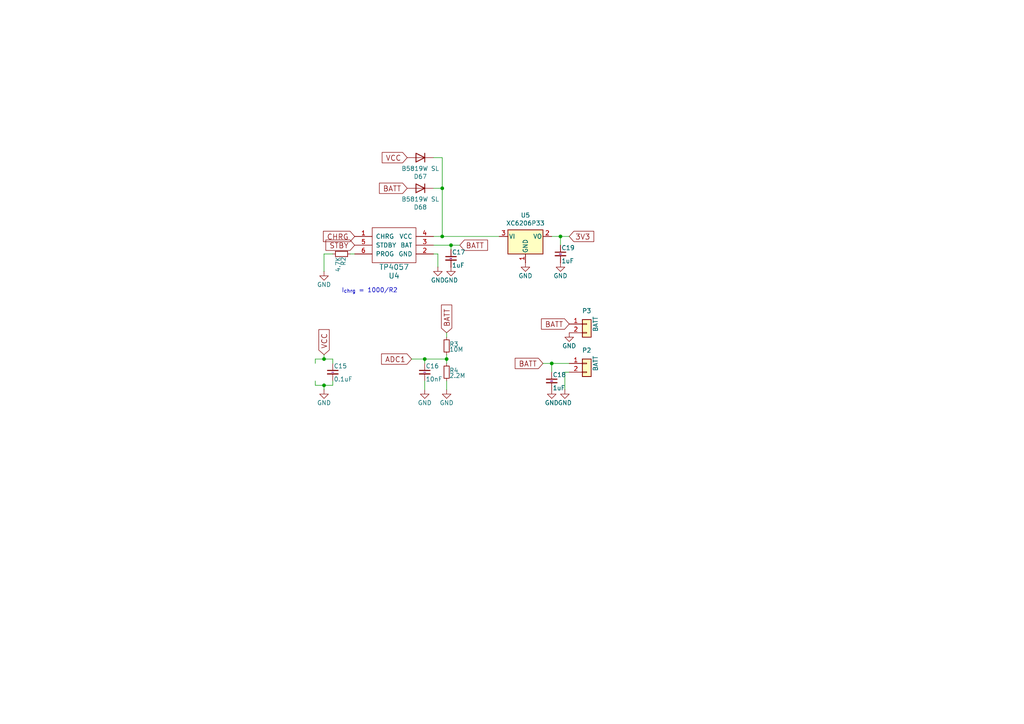
<source format=kicad_sch>
(kicad_sch (version 20250114) (generator "eeschema") (generator_version "9.0")
  (paper "A4")
  (lib_symbols
    (symbol "Connector_Generic:Conn_01x02" (pin_names (offset 1.016) (hide yes))
      (property "Reference" "J" (at 0 2.54 0))
      (property "Value" "Conn_01x02" (at 0 -5.08 0))
      (symbol "Conn_01x02_1_1"
        (rectangle (start -1.27 1.27) (end 1.27 -3.81) (stroke (width 0.254)) (fill (type background)))
        (rectangle (start -1.27 0.127) (end 0 -0.127) (stroke (width 0.1524)))
        (rectangle (start -1.27 -2.413) (end 0 -2.667) (stroke (width 0.1524)))
        (pin passive line (at -5.08 0 0) (length 3.81) (name "Pin_1") (number "1"))
        (pin passive line (at -5.08 -2.54 0) (length 3.81) (name "Pin_2") (number "2"))
      )
    )
    (symbol "Device:C_Small" (pin_numbers (hide yes)) (pin_names (offset 0.254) (hide yes))
      (property "Reference" "C" (at 0.254 1.778 0))
      (property "Value" "C_Small" (at 0.254 -2.032 0))
      (symbol "C_Small_0_1"
        (polyline (pts (xy -1.524 0.508) (xy 1.524 0.508)) (stroke (width 0.3048)))
        (polyline (pts (xy -1.524 -0.508) (xy 1.524 -0.508)) (stroke (width 0.3302)))
      )
      (symbol "C_Small_1_1"
        (pin passive line (at 0 2.54 270) (length 2.032) (name "~") (number "1"))
        (pin passive line (at 0 -2.54 90) (length 2.032) (name "~") (number "2"))
      )
    )
    (symbol "Device:D" (pin_numbers (hide yes)) (pin_names (offset 1.016) (hide yes))
      (property "Reference" "D" (at 0 2.54 0))
      (property "Value" "D" (at 0 -2.54 0))
      (symbol "D_0_1"
        (polyline (pts (xy -1.27 1.27) (xy -1.27 -1.27)) (stroke (width 0.254)))
        (polyline (pts (xy 1.27 1.27) (xy 1.27 -1.27) (xy -1.27 0) (xy 1.27 1.27)) (stroke (width 0.254)))
        (polyline (pts (xy 1.27 0) (xy -1.27 0)))
      )
      (symbol "D_1_1"
        (pin passive line (at -3.81 0 0) (length 2.54) (name "K") (number "1"))
        (pin passive line (at 3.81 0 180) (length 2.54) (name "A") (number "2"))
      )
    )
    (symbol "Device:R_Small" (pin_numbers (hide yes)) (pin_names (offset 0.254) (hide yes))
      (property "Reference" "R" (at 0 0 90))
      (property "Value" "R_Small" (at 1.778 0 90))
      (symbol "R_Small_0_1"
        (rectangle (start -0.762 1.778) (end 0.762 -1.778) (stroke (width 0.2032)))
      )
      (symbol "R_Small_1_1"
        (pin passive line (at 0 2.54 270) (length 0.762) (name "~") (number "1"))
        (pin passive line (at 0 -2.54 90) (length 0.762) (name "~") (number "2"))
      )
    )
    (symbol "Regulator_Linear:AP2127N-3.0" (pin_names (offset 0.254))
      (property "Reference" "U" (at -3.81 3.175 0))
      (property "Value" "AP2127N-3.0" (at 0 3.175 0))
      (symbol "AP2127N-3.0_0_1"
        (rectangle (start -5.08 1.905) (end 5.08 -5.08) (stroke (width 0.254)) (fill (type background)))
      )
      (symbol "AP2127N-3.0_1_1"
        (pin power_in line (at -7.62 0 0) (length 2.54) (name "VI") (number "3"))
        (pin power_in line (at 0 -7.62 90) (length 2.54) (name "GND") (number "1"))
        (pin power_out line (at 7.62 0 180) (length 2.54) (name "VO") (number "2"))
      )
    )
    (symbol "custom:TP4057" (pin_names (offset 1.016))
      (property "Reference" "U" (at 0 -6.35 0))
      (property "Value" "custom_TP4057" (at 0 -3.81 0))
      (symbol "TP4057_0_1"
        (rectangle (start -6.35 7.62) (end 6.35 -2.54))
      )
      (symbol "TP4057_1_1"
        (pin input line (at -11.43 5.08 0) (length 5.08) (name "CHRG") (number "1"))
        (pin input line (at -11.43 2.54 0) (length 5.08) (name "STDBY") (number "5"))
        (pin bidirectional line (at -11.43 0 0) (length 5.08) (name "PROG") (number "6"))
        (pin power_in line (at 11.43 5.08 180) (length 5.08) (name "VCC") (number "4"))
        (pin power_out line (at 11.43 2.54 180) (length 5.08) (name "BAT") (number "3"))
        (pin power_out line (at 11.43 0 180) (length 5.08) (name "GND") (number "2"))
      )
    )
    (symbol "power:GND" (power) (pin_numbers (hide yes)) (pin_names (offset 0) (hide yes))
      (property "Value" "GND" (at 0 -3.81 0))
      (symbol "GND_0_1"
        (polyline (pts (xy 0 0) (xy 0 -1.27) (xy 1.27 -1.27) (xy 0 -2.54) (xy -1.27 -1.27) (xy 0 -1.27)))
      )
      (symbol "GND_1_1"
        (pin power_in line (at 0 0 270) (length 0) (name "~") (number "1"))
      )
    )
  )
  (text "I_{chrg} = 1000/R2" (at 99.06 85.09 0) (effects (font (size 1.27 1.27)) (justify left bottom)))
  (junction (at 128.27 54.61))
  (junction (at 123.19 104.14))
  (junction (at 93.98 104.14))
  (junction (at 128.27 68.58))
  (junction (at 93.98 111.76))
  (junction (at 129.54 104.14))
  (junction (at 130.81 71.12))
  (junction (at 160.02 105.41))
  (junction (at 162.56 68.58))
  (wire (pts (xy 96.52 73.66) (xy 93.98 73.66)))
  (wire (pts (xy 91.44 105.41) (xy 91.44 104.14)))
  (wire (pts (xy 93.98 73.66) (xy 93.98 78.74)))
  (wire (pts (xy 93.98 104.14) (xy 96.52 104.14)))
  (wire (pts (xy 123.19 105.41) (xy 123.19 104.14)))
  (wire (pts (xy 96.52 104.14) (xy 96.52 105.41)))
  (wire (pts (xy 93.98 102.87) (xy 93.98 104.14)))
  (wire (pts (xy 160.02 105.41) (xy 157.48 105.41)))
  (wire (pts (xy 125.73 45.72) (xy 128.27 45.72)))
  (wire (pts (xy 127 73.66) (xy 127 77.47)))
  (wire (pts (xy 163.83 107.95) (xy 163.83 113.03)))
  (wire (pts (xy 128.27 45.72) (xy 128.27 54.61)))
  (wire (pts (xy 123.19 104.14) (xy 129.54 104.14)))
  (wire (pts (xy 93.98 113.03) (xy 93.98 111.76)))
  (wire (pts (xy 160.02 107.95) (xy 160.02 105.41)))
  (wire (pts (xy 130.81 72.39) (xy 130.81 71.12)))
  (wire (pts (xy 162.56 71.12) (xy 162.56 68.58)))
  (wire (pts (xy 128.27 54.61) (xy 128.27 68.58)))
  (wire (pts (xy 101.6 73.66) (xy 102.87 73.66)))
  (wire (pts (xy 91.44 111.76) (xy 93.98 111.76)))
  (wire (pts (xy 160.02 68.58) (xy 162.56 68.58)))
  (wire (pts (xy 93.98 111.76) (xy 96.52 111.76)))
  (wire (pts (xy 129.54 104.14) (xy 129.54 105.41)))
  (wire (pts (xy 125.73 73.66) (xy 127 73.66)))
  (wire (pts (xy 96.52 111.76) (xy 96.52 110.49)))
  (wire (pts (xy 123.19 110.49) (xy 123.19 113.03)))
  (wire (pts (xy 165.1 105.41) (xy 160.02 105.41)))
  (wire (pts (xy 129.54 102.87) (xy 129.54 104.14)))
  (wire (pts (xy 128.27 68.58) (xy 144.78 68.58)))
  (wire (pts (xy 130.81 71.12) (xy 133.35 71.12)))
  (wire (pts (xy 128.27 68.58) (xy 125.73 68.58)))
  (wire (pts (xy 91.44 104.14) (xy 93.98 104.14)))
  (wire (pts (xy 129.54 110.49) (xy 129.54 113.03)))
  (wire (pts (xy 128.27 54.61) (xy 125.73 54.61)))
  (wire (pts (xy 162.56 68.58) (xy 165.1 68.58)))
  (wire (pts (xy 91.44 110.49) (xy 91.44 111.76)))
  (wire (pts (xy 129.54 97.79) (xy 129.54 96.52)))
  (wire (pts (xy 165.1 107.95) (xy 163.83 107.95)))
  (wire (pts (xy 119.38 104.14) (xy 123.19 104.14)))
  (wire (pts (xy 125.73 71.12) (xy 130.81 71.12)))
  (global_label "3V3" (shape input) (at 165.1 68.58 0) (effects (font (size 1.524 1.524))) (property "Intersheetrefs" "${INTERSHEET_REFS}" (effects (hide yes))))
  (global_label "BATT" (shape input) (at 157.48 105.41 180) (effects (font (size 1.524 1.524))) (property "Intersheetrefs" "${INTERSHEET_REFS}" (effects (hide yes))))
  (global_label "CHRG" (shape input) (at 102.87 68.58 180) (effects (font (size 1.524 1.524))) (property "Intersheetrefs" "${INTERSHEET_REFS}" (effects (hide yes))))
  (global_label "BATT" (shape input) (at 133.35 71.12 0) (effects (font (size 1.524 1.524))) (property "Intersheetrefs" "${INTERSHEET_REFS}" (effects (hide yes))))
  (global_label "BATT" (shape input) (at 129.54 96.52 90) (effects (font (size 1.524 1.524))) (property "Intersheetrefs" "${INTERSHEET_REFS}" (effects (hide yes))))
  (global_label "VCC" (shape input) (at 93.98 102.87 90) (effects (font (size 1.524 1.524))) (property "Intersheetrefs" "${INTERSHEET_REFS}" (effects (hide yes))))
  (global_label "BATT" (shape input) (at 118.11 54.61 180) (effects (font (size 1.524 1.524))) (property "Intersheetrefs" "${INTERSHEET_REFS}" (effects (hide yes))))
  (global_label "BATT" (shape input) (at 165.1 93.98 180) (effects (font (size 1.524 1.524))) (property "Intersheetrefs" "${INTERSHEET_REFS}" (effects (hide yes))))
  (global_label "STBY" (shape input) (at 102.87 71.12 180) (effects (font (size 1.524 1.524))) (property "Intersheetrefs" "${INTERSHEET_REFS}" (effects (hide yes))))
  (global_label "ADC1" (shape input) (at 119.38 104.14 180) (effects (font (size 1.524 1.524))) (property "Intersheetrefs" "${INTERSHEET_REFS}" (effects (hide yes))))
  (global_label "VCC" (shape input) (at 118.11 45.72 180) (effects (font (size 1.524 1.524))) (property "Intersheetrefs" "${INTERSHEET_REFS}" (effects (hide yes))))
  (symbol (lib_id "Connector_Generic:Conn_01x02") (at 170.18 105.41 0) (unit 1)
    (property "Reference" "P2" (at 170.18 101.6 0))
    (property "Value" "BATT" (at 172.72 105.41 90))
    (property "Footprint" "Connector_PinHeader_2.54mm:PinHeader_1x02_P2.54mm_Vertical" (effects (hide yes)))
    (instances (project "pcb_v1" (path "" (reference "P2") (unit 1)) (path "" (reference "P5") (unit 1))))
  )
  (symbol (lib_id "Device:R_Small") (at 99.06 73.66 270) (unit 1)
    (property "Reference" "R2" (at 99.568 74.422 0) (effects (justify left)))
    (property "Value" "4.7K" (at 98.044 74.422 0) (effects (justify left)))
    (property "Footprint" "Resistor_SMD:R_0805_2012Metric" (effects (hide yes)))
    (instances (project "pcb_v1" (path "" (reference "R2") (unit 1)) (path "" (reference "R5") (unit 1))))
  )
  (symbol (lib_id "Device:R_Small") (at 129.54 100.33 0) (unit 1)
    (property "Reference" "R3" (at 130.302 99.822 0) (effects (justify left)))
    (property "Value" "10M" (at 130.302 101.346 0) (effects (justify left)))
    (property "Footprint" "Resistor_SMD:R_0805_2012Metric" (effects (hide yes)))
    (instances (project "pcb_v1" (path "" (reference "R3") (unit 1)) (path "" (reference "R6") (unit 1))))
  )
  (symbol (lib_id "Device:R_Small") (at 129.54 107.95 0) (unit 1)
    (property "Reference" "R4" (at 130.302 107.442 0) (effects (justify left)))
    (property "Value" "2.2M" (at 130.302 108.966 0) (effects (justify left)))
    (property "Footprint" "Resistor_SMD:R_0805_2012Metric" (effects (hide yes)))
    (instances (project "pcb_v1" (path "" (reference "R4") (unit 1)) (path "" (reference "R7") (unit 1))))
  )
  (symbol (lib_id "Regulator_Linear:AP2127N-3.0") (at 152.4 68.58 0) (unit 1)
    (property "Reference" "U5" (at 152.4 62.4332 0))
    (property "Value" "XC6206P33" (at 152.4 64.7446 0))
    (property "Footprint" "Package_TO_SOT_SMD:SOT-23" (effects (hide yes)))
    (property "Datasheet" "https://www.diodes.com/assets/Datasheets/AP2127.pdf" (effects (hide yes)))
    (instances (project "pcb_v1" (path "" (reference "U5") (unit 1)) (path "" (reference "U7") (unit 1))))
  )
  (symbol (lib_id "power:GND") (at 162.56 76.2 0) (unit 1)
    (property "Reference" "#PWR027" (effects (hide yes)))
    (property "Value" "GND" (at 162.56 80.01 0))
    (instances (project "pcb_v1" (path "" (reference "#PWR027") (unit 1)) (path "" (reference "#PWR037") (unit 1))))
  )
  (symbol (lib_id "power:GND") (at 130.81 77.47 0) (unit 1)
    (property "Reference" "#PWR024" (effects (hide yes)))
    (property "Value" "GND" (at 130.81 81.28 0))
    (instances (project "pcb_v1" (path "" (reference "#PWR024") (unit 1)) (path "" (reference "#PWR034") (unit 1))))
  )
  (symbol (lib_id "Connector_Generic:Conn_01x02") (at 170.18 93.98 0) (unit 1)
    (property "Reference" "P3" (at 170.18 90.17 0))
    (property "Value" "BATT" (at 172.72 93.98 90))
    (property "Footprint" "Connector_PinSocket_2.00mm:PinSocket_1x02_P2.00mm_Vertical" (effects (hide yes)))
    (instances (project "pcb_v1" (path "" (reference "P3") (unit 1)) (path "" (reference "P4") (unit 1))))
  )
  (symbol (lib_id "power:GND") (at 165.1 96.52 0) (unit 1)
    (property "Reference" "#PWR0101" (effects (hide yes)))
    (property "Value" "GND" (at 165.1 100.33 0))
    (instances (project "pcb_v1" (path "" (reference "#PWR0101") (unit 1)) (path "" (reference "#PWR0103") (unit 1))))
  )
  (symbol (lib_id "power:GND") (at 93.98 113.03 0) (unit 1)
    (property "Reference" "#PWR020" (effects (hide yes)))
    (property "Value" "GND" (at 93.98 116.84 0))
    (instances (project "pcb_v1" (path "" (reference "#PWR020") (unit 1)) (path "" (reference "#PWR030") (unit 1))))
  )
  (symbol (lib_id "Device:C_Small") (at 160.02 110.49 0) (unit 1)
    (property "Reference" "C18" (at 160.274 108.712 0) (effects (justify left)))
    (property "Value" "1uF" (at 160.274 112.522 0) (effects (justify left)))
    (property "Footprint" "Capacitor_SMD:C_0805_2012Metric" (effects (hide yes)))
    (property "Datasheet" "~" (at 160.02 110.49 0))
    (instances (project "pcb_v1" (path "" (reference "C18") (unit 1)) (path "" (reference "C23") (unit 1))))
  )
  (symbol (lib_id "power:GND") (at 160.02 113.03 0) (unit 1)
    (property "Reference" "#PWR026" (effects (hide yes)))
    (property "Value" "GND" (at 160.02 116.84 0))
    (instances (project "pcb_v1" (path "" (reference "#PWR026") (unit 1)) (path "" (reference "#PWR036") (unit 1))))
  )
  (symbol (lib_id "power:GND") (at 152.4 76.2 0) (unit 1)
    (property "Reference" "#PWR025" (effects (hide yes)))
    (property "Value" "GND" (at 152.4 80.01 0))
    (instances (project "pcb_v1" (path "" (reference "#PWR025") (unit 1)) (path "" (reference "#PWR035") (unit 1))))
  )
  (symbol (lib_id "power:GND") (at 123.19 113.03 0) (unit 1)
    (property "Reference" "#PWR021" (effects (hide yes)))
    (property "Value" "GND" (at 123.19 116.84 0))
    (instances (project "pcb_v1" (path "" (reference "#PWR021") (unit 1)) (path "" (reference "#PWR031") (unit 1))))
  )
  (symbol (lib_id "power:GND") (at 93.98 78.74 0) (unit 1)
    (property "Reference" "#PWR019" (effects (hide yes)))
    (property "Value" "GND" (at 93.98 82.55 0))
    (instances (project "pcb_v1" (path "" (reference "#PWR019") (unit 1)) (path "" (reference "#PWR029") (unit 1))))
  )
  (symbol (lib_id "custom:TP4057") (at 114.3 73.66 0) (unit 1)
    (property "Reference" "U4" (at 114.3 80.01 0) (effects (font (size 1.524 1.524))))
    (property "Value" "TP4057" (at 114.3 77.47 0) (effects (font (size 1.524 1.524))))
    (property "Footprint" "Package_TO_SOT_SMD:SOT-23-6" (effects (hide yes)))
    (instances (project "pcb_v1" (path "" (reference "U4") (unit 1)) (path "" (reference "U6") (unit 1))))
  )
  (symbol (lib_id "Device:D") (at 121.92 54.61 180) (unit 1)
    (property "Reference" "D68" (at 121.92 60.0964 0))
    (property "Value" "B5819W SL" (at 121.92 57.785 0))
    (property "Footprint" "Diode_SMD:D_SOD-123" (effects (hide yes)))
    (instances (project "pcb_v1" (path "" (reference "D68") (unit 1)) (path "" (reference "D70") (unit 1))))
  )
  (symbol (lib_id "power:GND") (at 129.54 113.03 0) (unit 1)
    (property "Reference" "#PWR023" (effects (hide yes)))
    (property "Value" "GND" (at 129.54 116.84 0))
    (instances (project "pcb_v1" (path "" (reference "#PWR023") (unit 1)) (path "" (reference "#PWR033") (unit 1))))
  )
  (symbol (lib_id "Device:D") (at 121.92 45.72 180) (unit 1)
    (property "Reference" "D67" (at 121.92 51.2064 0))
    (property "Value" "B5819W SL" (at 121.92 48.895 0))
    (property "Footprint" "Diode_SMD:D_SOD-123" (effects (hide yes)))
    (instances (project "pcb_v1" (path "" (reference "D67") (unit 1)) (path "" (reference "D69") (unit 1))))
  )
  (symbol (lib_id "power:GND") (at 163.83 113.03 0) (unit 1)
    (property "Reference" "#PWR028" (effects (hide yes)))
    (property "Value" "GND" (at 163.83 116.84 0))
    (instances (project "pcb_v1" (path "" (reference "#PWR028") (unit 1)) (path "" (reference "#PWR038") (unit 1))))
  )
  (symbol (lib_id "power:GND") (at 127 77.47 0) (unit 1)
    (property "Reference" "#PWR022" (effects (hide yes)))
    (property "Value" "GND" (at 127 81.28 0))
    (instances (project "pcb_v1" (path "" (reference "#PWR022") (unit 1)) (path "" (reference "#PWR032") (unit 1))))
  )
  (symbol (lib_id "Device:C_Small") (at 130.81 74.93 0) (unit 1)
    (property "Reference" "C17" (at 131.064 73.152 0) (effects (justify left)))
    (property "Value" "1uF" (at 131.064 76.962 0) (effects (justify left)))
    (property "Footprint" "Capacitor_SMD:C_0805_2012Metric" (effects (hide yes)))
    (property "Datasheet" "~" (at 130.81 74.93 0))
    (instances (project "pcb_v1" (path "" (reference "C17") (unit 1)) (path "" (reference "C22") (unit 1))))
  )
  (symbol (lib_id "Device:C_Small") (at 123.19 107.95 0) (unit 1)
    (property "Reference" "C16" (at 123.444 106.172 0) (effects (justify left)))
    (property "Value" "10nF" (at 123.444 109.982 0) (effects (justify left)))
    (property "Footprint" "Capacitor_SMD:C_0805_2012Metric" (effects (hide yes)))
    (property "Datasheet" "~" (at 123.19 107.95 0))
    (instances (project "pcb_v1" (path "" (reference "C16") (unit 1)) (path "" (reference "C21") (unit 1))))
  )
  (symbol (lib_id "Device:C_Small") (at 162.56 73.66 0) (unit 1)
    (property "Reference" "C19" (at 162.814 71.882 0) (effects (justify left)))
    (property "Value" "1uF" (at 162.814 75.692 0) (effects (justify left)))
    (property "Footprint" "Capacitor_SMD:C_0805_2012Metric" (effects (hide yes)))
    (property "Datasheet" "~" (at 162.56 73.66 0))
    (instances (project "pcb_v1" (path "" (reference "C19") (unit 1)) (path "" (reference "C24") (unit 1))))
  )
  (symbol (lib_id "Device:C_Small") (at 96.52 107.95 0) (unit 1)
    (property "Reference" "C15" (at 96.774 106.172 0) (effects (justify left)))
    (property "Value" "0.1uF" (at 96.774 109.982 0) (effects (justify left)))
    (property "Footprint" "Capacitor_SMD:C_0805_2012Metric" (effects (hide yes)))
    (property "Datasheet" "~" (at 96.52 107.95 0))
    (instances (project "pcb_v1" (path "" (reference "C15") (unit 1)) (path "" (reference "C20") (unit 1))))
  )
)
</source>
